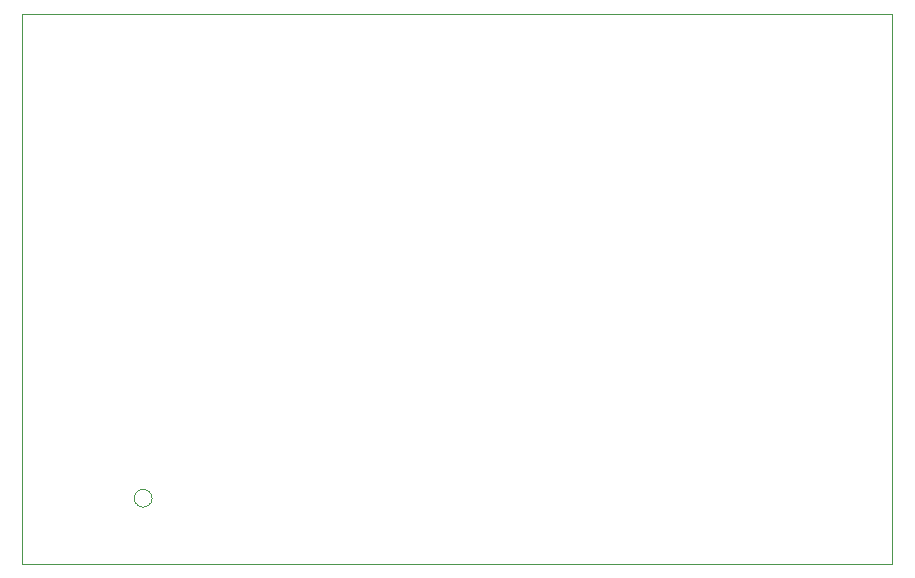
<source format=gm1>
G75*
%MOIN*%
%OFA0B0*%
%FSLAX24Y24*%
%IPPOS*%
%LPD*%
%AMOC8*
5,1,8,0,0,1.08239X$1,22.5*
%
%ADD10C,0.0039*%
%ADD11C,0.0000*%
D10*
X006760Y002984D02*
X035760Y002984D01*
X035760Y021311D01*
X006760Y021311D01*
X006760Y002984D01*
D11*
X010476Y005183D02*
X010478Y005217D01*
X010484Y005251D01*
X010494Y005284D01*
X010507Y005315D01*
X010525Y005345D01*
X010545Y005373D01*
X010569Y005398D01*
X010595Y005420D01*
X010623Y005438D01*
X010654Y005454D01*
X010686Y005466D01*
X010720Y005474D01*
X010754Y005478D01*
X010788Y005478D01*
X010822Y005474D01*
X010856Y005466D01*
X010888Y005454D01*
X010918Y005438D01*
X010947Y005420D01*
X010973Y005398D01*
X010997Y005373D01*
X011017Y005345D01*
X011035Y005315D01*
X011048Y005284D01*
X011058Y005251D01*
X011064Y005217D01*
X011066Y005183D01*
X011064Y005149D01*
X011058Y005115D01*
X011048Y005082D01*
X011035Y005051D01*
X011017Y005021D01*
X010997Y004993D01*
X010973Y004968D01*
X010947Y004946D01*
X010919Y004928D01*
X010888Y004912D01*
X010856Y004900D01*
X010822Y004892D01*
X010788Y004888D01*
X010754Y004888D01*
X010720Y004892D01*
X010686Y004900D01*
X010654Y004912D01*
X010623Y004928D01*
X010595Y004946D01*
X010569Y004968D01*
X010545Y004993D01*
X010525Y005021D01*
X010507Y005051D01*
X010494Y005082D01*
X010484Y005115D01*
X010478Y005149D01*
X010476Y005183D01*
M02*

</source>
